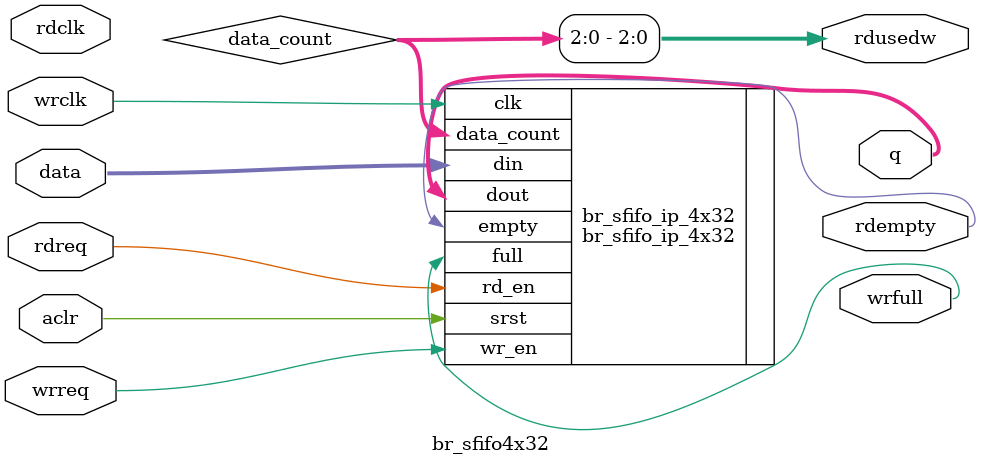
<source format=v>

`timescale 1ns/1ps
// synopsys translate_on

module br_sfifo4x32

(
			 aclr,

			wrclk,     	   	//i,Clk for writing data 
			wrreq,     	   	//i, request to write 
			data,          	//i, Data coming in           
			wrfull,    	   	//o,indicates fifo is full or not (To avoid overiding)
                           	
		    rdclk,     	   	//i, Clk for reading data
			rdreq,     	   	//i, Request to read from FIFO
			q, 	    	  	//o, Data coming out
			rdempty,  	   	//o, indicates fifo is empty or not (to avoid underflow)
			rdusedw    	   	//o, number of slots currently in use for reading

);	  //setting default values
	parameter WIDTH = 32,
			  DEPTH = 4,
			  PTR	= 2;
			  
			  
			input wire aclr;

			input  wire 				wrclk;   	// Clk for writing data
			input  wire 				wrreq;   	// request to write
			input  wire [WIDTH-1 : 0]	data;    	// Data coming in 
			output wire					wrfull;  	// indicates fifo is full or not (To avoid overiding)
		                                         
		    input  wire 				rdclk;   	// Clk for reading data
			input  wire 				rdreq;   	// Request to read from FIFO 
			output wire [WIDTH-1 : 0]	q; 	    	// Data coming out
			output wire 				rdempty; 	// indicates fifo is empty or not (to avoid underflow)
			output wire [PTR  : 0] 		rdusedw; 	// number of slots currently in use for reading


            wire		[PTR+1  : 0]	data_count;     // number of slots currently in use for writting  
            
            

	assign	rdusedw	=	{data_count[2:0]};
	
	
	//ACTUAL DEPTH of the FIFO_IP is 16, as VIVADO does not provide FIFO with depth of 4.
	br_sfifo_ip_4x32 	
						//#(.WIDTH (8),		
					  	//	  .DEPTH (4096),
					 	//	  .PTR	 (12) )		
 											
    br_sfifo_ip_4x32 (
			.srst	(aclr),		
			
			.clk	(wrclk),			// Clk to write data
			.wr_en	(wrreq),	      	// write enable                                                
			.din	(data),		  		// write data                                                 
			.full	(wrfull),	      	// indicates fifo is full or not (To avoid overiding)           
			.data_count(data_count),	// wrusedw -number of locations filled in fifo
                                                                                                               
			.rd_en	(rdreq),	     	// i-1, read enable of data FIFO                                    
			.dout	(q),		     	// Dataout of data FIFO                              
			.empty	(rdempty)	    	// indicates fifo is empty or not (to avoid underflow)      
		 );
		 
//			asynch_fifo	#(.WIDTH (WIDTH),		 
//					  	  .DEPTH (DEPTH),
//					 	  .PTR	 (PTR) )		 
// 											
//asynch_br4x32		  (
//			.reset_	(~aclr),
//			
//			.wrclk	(wrclk),		//i, Clk to write data
//			.wren	(wrreq),		//i, write enable
//			.datain	(data),			//i, write data
//			.wrfull	(wrfull),		//o, indicates fifo is full or not (To avoid overiding)
//			.wrempty(),			
//			.wrusedw(),			
//
//
//			.rdclk	(rdclk),		// i-1, Clk to read data
//			.rden	(rdreq),		// i-1, read enable of data FIFO
//			.dataout(q),			// Dataout of data FIFO
//			.rdfull	(),			
//			.rdempty(rdempty),		// indicates fifo is empty or not (to avoid underflow)
//			.rdusedw(rdusedw),		// rdusedw -number of locations filled in fifo (not used )
//
//			.dbg()

//		 );
endmodule
</source>
